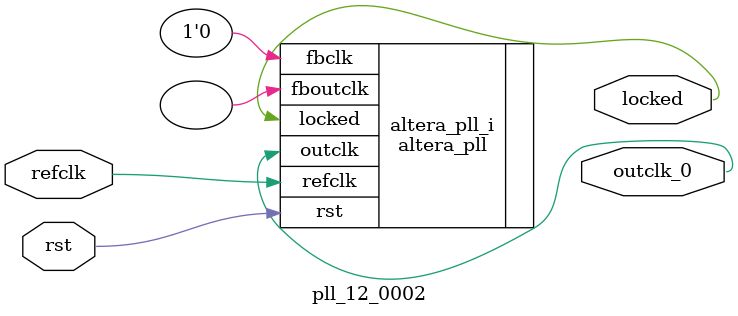
<source format=v>
`timescale 1ns/10ps
module  pll_12_0002(

	// interface 'refclk'
	input wire refclk,

	// interface 'reset'
	input wire rst,

	// interface 'outclk0'
	output wire outclk_0,

	// interface 'locked'
	output wire locked
);

	altera_pll #(
		.fractional_vco_multiplier("false"),
		.reference_clock_frequency("50.0 MHz"),
		.operation_mode("direct"),
		.number_of_clocks(1),
		.output_clock_frequency0("12.000000 MHz"),
		.phase_shift0("0 ps"),
		.duty_cycle0(50),
		.output_clock_frequency1("0 MHz"),
		.phase_shift1("0 ps"),
		.duty_cycle1(50),
		.output_clock_frequency2("0 MHz"),
		.phase_shift2("0 ps"),
		.duty_cycle2(50),
		.output_clock_frequency3("0 MHz"),
		.phase_shift3("0 ps"),
		.duty_cycle3(50),
		.output_clock_frequency4("0 MHz"),
		.phase_shift4("0 ps"),
		.duty_cycle4(50),
		.output_clock_frequency5("0 MHz"),
		.phase_shift5("0 ps"),
		.duty_cycle5(50),
		.output_clock_frequency6("0 MHz"),
		.phase_shift6("0 ps"),
		.duty_cycle6(50),
		.output_clock_frequency7("0 MHz"),
		.phase_shift7("0 ps"),
		.duty_cycle7(50),
		.output_clock_frequency8("0 MHz"),
		.phase_shift8("0 ps"),
		.duty_cycle8(50),
		.output_clock_frequency9("0 MHz"),
		.phase_shift9("0 ps"),
		.duty_cycle9(50),
		.output_clock_frequency10("0 MHz"),
		.phase_shift10("0 ps"),
		.duty_cycle10(50),
		.output_clock_frequency11("0 MHz"),
		.phase_shift11("0 ps"),
		.duty_cycle11(50),
		.output_clock_frequency12("0 MHz"),
		.phase_shift12("0 ps"),
		.duty_cycle12(50),
		.output_clock_frequency13("0 MHz"),
		.phase_shift13("0 ps"),
		.duty_cycle13(50),
		.output_clock_frequency14("0 MHz"),
		.phase_shift14("0 ps"),
		.duty_cycle14(50),
		.output_clock_frequency15("0 MHz"),
		.phase_shift15("0 ps"),
		.duty_cycle15(50),
		.output_clock_frequency16("0 MHz"),
		.phase_shift16("0 ps"),
		.duty_cycle16(50),
		.output_clock_frequency17("0 MHz"),
		.phase_shift17("0 ps"),
		.duty_cycle17(50),
		.pll_type("General"),
		.pll_subtype("General")
	) altera_pll_i (
		.rst	(rst),
		.outclk	({outclk_0}),
		.locked	(locked),
		.fboutclk	( ),
		.fbclk	(1'b0),
		.refclk	(refclk)
	);
endmodule


</source>
